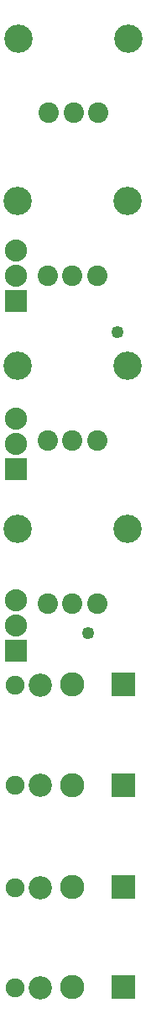
<source format=gbs>
G04 MADE WITH FRITZING*
G04 WWW.FRITZING.ORG*
G04 DOUBLE SIDED*
G04 HOLES PLATED*
G04 CONTOUR ON CENTER OF CONTOUR VECTOR*
%ASAXBY*%
%FSLAX23Y23*%
%MOIN*%
%OFA0B0*%
%SFA1.0B1.0*%
%ADD10C,0.092900*%
%ADD11C,0.092836*%
%ADD12C,0.075328*%
%ADD13C,0.080866*%
%ADD14C,0.112677*%
%ADD15C,0.088000*%
%ADD16C,0.049370*%
%ADD17C,0.096614*%
%ADD18R,0.096614X0.096614*%
%ADD19R,0.088000X0.088000*%
%ADD20R,0.001000X0.001000*%
%LNMASK0*%
G90*
G70*
G54D10*
X492Y885D03*
G54D11*
X164Y883D03*
G54D12*
X62Y883D03*
G54D10*
X492Y84D03*
G54D11*
X164Y81D03*
G54D12*
X62Y81D03*
G54D10*
X492Y1283D03*
G54D11*
X164Y1281D03*
G54D12*
X62Y1281D03*
G54D10*
X492Y482D03*
G54D11*
X164Y479D03*
G54D12*
X62Y479D03*
G54D13*
X390Y1605D03*
X193Y1605D03*
G54D14*
X73Y1901D03*
X510Y1901D03*
G54D13*
X291Y1605D03*
X390Y2252D03*
X193Y2252D03*
G54D14*
X73Y2547D03*
X510Y2547D03*
G54D13*
X291Y2252D03*
X390Y2904D03*
X193Y2904D03*
G54D14*
X73Y3200D03*
X510Y3200D03*
G54D13*
X291Y2904D03*
X394Y3550D03*
X197Y3550D03*
G54D14*
X77Y3845D03*
X514Y3845D03*
G54D13*
X295Y3550D03*
G54D15*
X67Y1418D03*
X67Y1518D03*
X67Y1618D03*
X67Y1418D03*
X67Y1518D03*
X67Y1618D03*
X67Y2803D03*
X67Y2903D03*
X67Y3003D03*
X67Y2803D03*
X67Y2903D03*
X67Y3003D03*
X67Y2138D03*
X67Y2238D03*
X67Y2338D03*
X67Y2138D03*
X67Y2238D03*
X67Y2338D03*
G54D16*
X468Y2681D03*
X354Y1488D03*
G54D17*
X291Y1284D03*
X291Y886D03*
X291Y480D03*
X291Y83D03*
G54D18*
X492Y885D03*
X492Y84D03*
X492Y1283D03*
X492Y482D03*
G54D19*
X67Y1418D03*
X67Y1418D03*
X67Y2803D03*
X67Y2803D03*
X67Y2138D03*
X67Y2138D03*
G54D20*
D02*
G04 End of Mask0*
M02*
</source>
